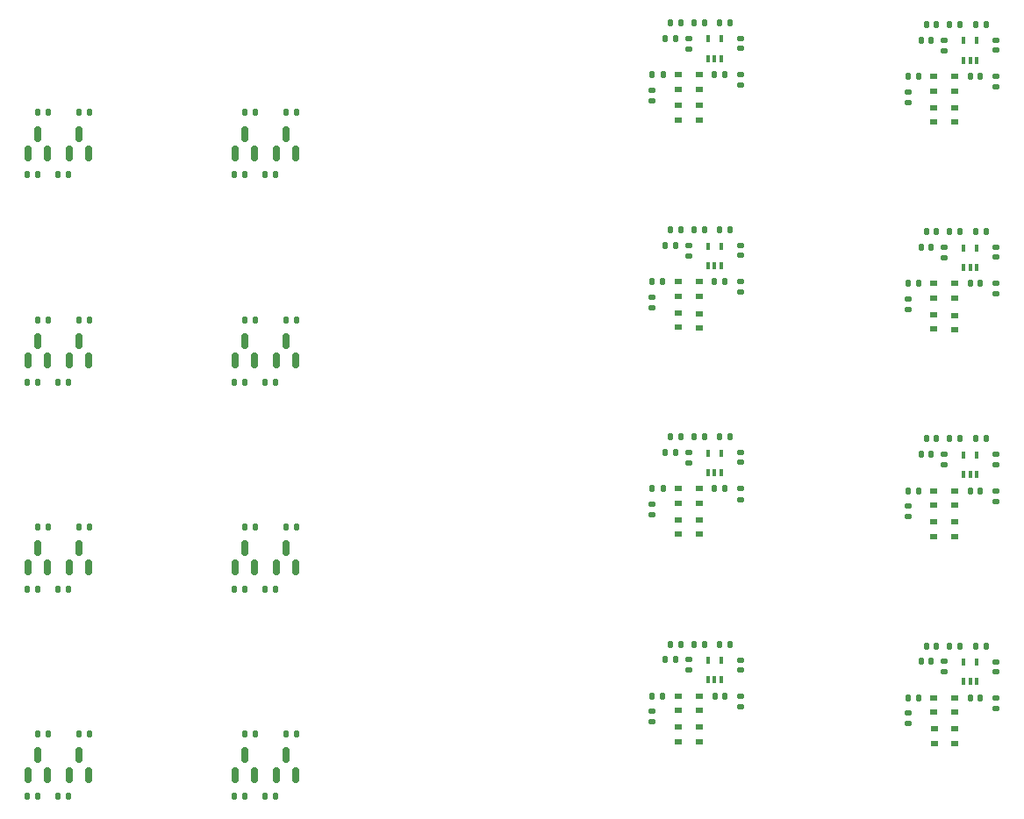
<source format=gbr>
%TF.GenerationSoftware,KiCad,Pcbnew,6.0.0-d3dd2cf0fa~116~ubuntu21.10.1*%
%TF.CreationDate,2022-01-19T11:26:26+00:00*%
%TF.ProjectId,latbox_cycloneV,6c617462-6f78-45f6-9379-636c6f6e6556,rev?*%
%TF.SameCoordinates,Original*%
%TF.FileFunction,Paste,Top*%
%TF.FilePolarity,Positive*%
%FSLAX46Y46*%
G04 Gerber Fmt 4.6, Leading zero omitted, Abs format (unit mm)*
G04 Created by KiCad (PCBNEW 6.0.0-d3dd2cf0fa~116~ubuntu21.10.1) date 2022-01-19 11:26:26*
%MOMM*%
%LPD*%
G01*
G04 APERTURE LIST*
G04 Aperture macros list*
%AMRoundRect*
0 Rectangle with rounded corners*
0 $1 Rounding radius*
0 $2 $3 $4 $5 $6 $7 $8 $9 X,Y pos of 4 corners*
0 Add a 4 corners polygon primitive as box body*
4,1,4,$2,$3,$4,$5,$6,$7,$8,$9,$2,$3,0*
0 Add four circle primitives for the rounded corners*
1,1,$1+$1,$2,$3*
1,1,$1+$1,$4,$5*
1,1,$1+$1,$6,$7*
1,1,$1+$1,$8,$9*
0 Add four rect primitives between the rounded corners*
20,1,$1+$1,$2,$3,$4,$5,0*
20,1,$1+$1,$4,$5,$6,$7,0*
20,1,$1+$1,$6,$7,$8,$9,0*
20,1,$1+$1,$8,$9,$2,$3,0*%
G04 Aperture macros list end*
%ADD10R,0.700000X0.600000*%
%ADD11RoundRect,0.135000X-0.135000X-0.185000X0.135000X-0.185000X0.135000X0.185000X-0.135000X0.185000X0*%
%ADD12R,0.400000X0.650000*%
%ADD13RoundRect,0.135000X0.135000X0.185000X-0.135000X0.185000X-0.135000X-0.185000X0.135000X-0.185000X0*%
%ADD14RoundRect,0.140000X-0.140000X-0.170000X0.140000X-0.170000X0.140000X0.170000X-0.140000X0.170000X0*%
%ADD15RoundRect,0.135000X0.185000X-0.135000X0.185000X0.135000X-0.185000X0.135000X-0.185000X-0.135000X0*%
%ADD16RoundRect,0.150000X0.150000X-0.587500X0.150000X0.587500X-0.150000X0.587500X-0.150000X-0.587500X0*%
%ADD17RoundRect,0.135000X-0.185000X0.135000X-0.185000X-0.135000X0.185000X-0.135000X0.185000X0.135000X0*%
%ADD18RoundRect,0.140000X0.170000X-0.140000X0.170000X0.140000X-0.170000X0.140000X-0.170000X-0.140000X0*%
G04 APERTURE END LIST*
D10*
%TO.C,D301*%
X136335000Y-71225000D03*
X136335000Y-69825000D03*
%TD*%
D11*
%TO.C,R409*%
X74480000Y-79500000D03*
X75500000Y-79500000D03*
%TD*%
D12*
%TO.C,U303*%
X137175000Y-108275000D03*
X137825000Y-108275000D03*
X138475000Y-108275000D03*
X138475000Y-106375000D03*
X137175000Y-106375000D03*
%TD*%
D13*
%TO.C,R417*%
X72520000Y-119500000D03*
X71500000Y-119500000D03*
%TD*%
D14*
%TO.C,C203*%
X157770000Y-106500000D03*
X158730000Y-106500000D03*
%TD*%
D10*
%TO.C,D303*%
X136325000Y-91225000D03*
X136325000Y-89825000D03*
%TD*%
D13*
%TO.C,R432*%
X97510000Y-133500000D03*
X96490000Y-133500000D03*
%TD*%
D10*
%TO.C,D202*%
X161000000Y-74400000D03*
X161000000Y-73000000D03*
%TD*%
D12*
%TO.C,U304*%
X137175000Y-128275000D03*
X137825000Y-128275000D03*
X138475000Y-128275000D03*
X138475000Y-126375000D03*
X137175000Y-126375000D03*
%TD*%
D15*
%TO.C,R314*%
X140325000Y-110845000D03*
X140325000Y-109825000D03*
%TD*%
%TO.C,R213*%
X160000000Y-107510000D03*
X160000000Y-106490000D03*
%TD*%
D13*
%TO.C,R222*%
X164020000Y-105000000D03*
X163000000Y-105000000D03*
%TD*%
D16*
%TO.C,Q401*%
X71550000Y-77437500D03*
X73450000Y-77437500D03*
X72500000Y-75562500D03*
%TD*%
%TO.C,Q402*%
X91550000Y-77437500D03*
X93450000Y-77437500D03*
X92500000Y-75562500D03*
%TD*%
D14*
%TO.C,C206*%
X158270000Y-85000000D03*
X159230000Y-85000000D03*
%TD*%
D11*
%TO.C,R413*%
X74480000Y-99500000D03*
X75500000Y-99500000D03*
%TD*%
D14*
%TO.C,C212*%
X162530000Y-130000000D03*
X163490000Y-130000000D03*
%TD*%
D16*
%TO.C,Q411*%
X71550000Y-137437500D03*
X73450000Y-137437500D03*
X72500000Y-135562500D03*
%TD*%
D15*
%TO.C,R211*%
X160000000Y-87510000D03*
X160000000Y-86490000D03*
%TD*%
D11*
%TO.C,R308*%
X131815000Y-129825000D03*
X132835000Y-129825000D03*
%TD*%
D13*
%TO.C,R406*%
X73510000Y-93500000D03*
X72490000Y-93500000D03*
%TD*%
%TO.C,R410*%
X77510000Y-73500000D03*
X76490000Y-73500000D03*
%TD*%
D14*
%TO.C,C309*%
X137825000Y-69825000D03*
X138785000Y-69825000D03*
%TD*%
D13*
%TO.C,R408*%
X93510000Y-93500000D03*
X92490000Y-93500000D03*
%TD*%
%TO.C,R320*%
X139345000Y-84825000D03*
X138325000Y-84825000D03*
%TD*%
D11*
%TO.C,R411*%
X94480000Y-79500000D03*
X95500000Y-79500000D03*
%TD*%
%TO.C,R307*%
X131825000Y-109825000D03*
X132845000Y-109825000D03*
%TD*%
D10*
%TO.C,D213*%
X159000000Y-110000000D03*
X159000000Y-111400000D03*
%TD*%
D11*
%TO.C,R206*%
X156490000Y-90000000D03*
X157510000Y-90000000D03*
%TD*%
D15*
%TO.C,R310*%
X140325000Y-70845000D03*
X140325000Y-69825000D03*
%TD*%
D10*
%TO.C,D304*%
X136325000Y-94325000D03*
X136325000Y-92925000D03*
%TD*%
D16*
%TO.C,Q412*%
X91550000Y-137437500D03*
X93450000Y-137437500D03*
X92500000Y-135562500D03*
%TD*%
D10*
%TO.C,D313*%
X134325000Y-109825000D03*
X134325000Y-111225000D03*
%TD*%
D13*
%TO.C,R405*%
X72520000Y-99500000D03*
X71500000Y-99500000D03*
%TD*%
%TO.C,R322*%
X139345000Y-104825000D03*
X138325000Y-104825000D03*
%TD*%
D11*
%TO.C,R425*%
X74480000Y-119500000D03*
X75500000Y-119500000D03*
%TD*%
%TO.C,R207*%
X156500000Y-110000000D03*
X157520000Y-110000000D03*
%TD*%
D17*
%TO.C,R301*%
X131825000Y-71325000D03*
X131825000Y-72345000D03*
%TD*%
D10*
%TO.C,D212*%
X159000000Y-93000000D03*
X159000000Y-94400000D03*
%TD*%
%TO.C,D315*%
X134325000Y-129825000D03*
X134325000Y-131225000D03*
%TD*%
D13*
%TO.C,R317*%
X136835000Y-64825000D03*
X135815000Y-64825000D03*
%TD*%
D17*
%TO.C,R204*%
X156500000Y-131490000D03*
X156500000Y-132510000D03*
%TD*%
D18*
%TO.C,C214*%
X165000000Y-87460000D03*
X165000000Y-86500000D03*
%TD*%
D13*
%TO.C,R321*%
X136835000Y-104825000D03*
X135815000Y-104825000D03*
%TD*%
D14*
%TO.C,C302*%
X133095000Y-86325000D03*
X134055000Y-86325000D03*
%TD*%
D10*
%TO.C,D204*%
X161000000Y-94500000D03*
X161000000Y-93100000D03*
%TD*%
D14*
%TO.C,C306*%
X133595000Y-84825000D03*
X134555000Y-84825000D03*
%TD*%
D10*
%TO.C,D308*%
X136335000Y-134225000D03*
X136335000Y-132825000D03*
%TD*%
D15*
%TO.C,R316*%
X140325000Y-130845000D03*
X140325000Y-129825000D03*
%TD*%
D13*
%TO.C,R430*%
X77510000Y-133500000D03*
X76490000Y-133500000D03*
%TD*%
%TO.C,R403*%
X92520000Y-79500000D03*
X91500000Y-79500000D03*
%TD*%
%TO.C,R414*%
X77510000Y-93500000D03*
X76490000Y-93500000D03*
%TD*%
D10*
%TO.C,D311*%
X134325000Y-89825000D03*
X134325000Y-91225000D03*
%TD*%
D13*
%TO.C,R319*%
X136835000Y-84825000D03*
X135815000Y-84825000D03*
%TD*%
D17*
%TO.C,R202*%
X156500000Y-91500000D03*
X156500000Y-92520000D03*
%TD*%
D18*
%TO.C,C313*%
X140325000Y-67285000D03*
X140325000Y-66325000D03*
%TD*%
D14*
%TO.C,C210*%
X162500000Y-90000000D03*
X163460000Y-90000000D03*
%TD*%
D13*
%TO.C,R401*%
X72520000Y-79500000D03*
X71500000Y-79500000D03*
%TD*%
%TO.C,R424*%
X93510000Y-133500000D03*
X92490000Y-133500000D03*
%TD*%
D14*
%TO.C,C208*%
X158270000Y-125000000D03*
X159230000Y-125000000D03*
%TD*%
D13*
%TO.C,R218*%
X164020000Y-65000000D03*
X163000000Y-65000000D03*
%TD*%
D14*
%TO.C,C207*%
X158270000Y-105000000D03*
X159230000Y-105000000D03*
%TD*%
D11*
%TO.C,R415*%
X94480000Y-99500000D03*
X95500000Y-99500000D03*
%TD*%
D13*
%TO.C,R420*%
X93510000Y-113500000D03*
X92490000Y-113500000D03*
%TD*%
D17*
%TO.C,R201*%
X156500000Y-71500000D03*
X156500000Y-72520000D03*
%TD*%
D15*
%TO.C,R309*%
X135325000Y-67335000D03*
X135325000Y-66315000D03*
%TD*%
D13*
%TO.C,R412*%
X97510000Y-73500000D03*
X96490000Y-73500000D03*
%TD*%
D17*
%TO.C,R303*%
X131825000Y-111325000D03*
X131825000Y-112345000D03*
%TD*%
D13*
%TO.C,R419*%
X92520000Y-119500000D03*
X91500000Y-119500000D03*
%TD*%
%TO.C,R402*%
X73510000Y-73500000D03*
X72490000Y-73500000D03*
%TD*%
D15*
%TO.C,R315*%
X135325000Y-127335000D03*
X135325000Y-126315000D03*
%TD*%
D13*
%TO.C,R324*%
X139345000Y-124825000D03*
X138325000Y-124825000D03*
%TD*%
D14*
%TO.C,C307*%
X133595000Y-104825000D03*
X134555000Y-104825000D03*
%TD*%
D10*
%TO.C,D201*%
X161010000Y-71400000D03*
X161010000Y-70000000D03*
%TD*%
D13*
%TO.C,R219*%
X161510000Y-85000000D03*
X160490000Y-85000000D03*
%TD*%
%TO.C,R418*%
X73510000Y-113500000D03*
X72490000Y-113500000D03*
%TD*%
D11*
%TO.C,R306*%
X131815000Y-89825000D03*
X132835000Y-89825000D03*
%TD*%
D10*
%TO.C,D309*%
X134325000Y-69825000D03*
X134325000Y-71225000D03*
%TD*%
D11*
%TO.C,R205*%
X156500000Y-70000000D03*
X157520000Y-70000000D03*
%TD*%
D14*
%TO.C,C209*%
X162500000Y-70000000D03*
X163460000Y-70000000D03*
%TD*%
D10*
%TO.C,D211*%
X159000000Y-90000000D03*
X159000000Y-91400000D03*
%TD*%
D14*
%TO.C,C311*%
X137825000Y-109825000D03*
X138785000Y-109825000D03*
%TD*%
D16*
%TO.C,Q406*%
X95550000Y-77437500D03*
X97450000Y-77437500D03*
X96500000Y-75562500D03*
%TD*%
D15*
%TO.C,R312*%
X140325000Y-90845000D03*
X140325000Y-89825000D03*
%TD*%
D14*
%TO.C,C303*%
X133095000Y-106325000D03*
X134055000Y-106325000D03*
%TD*%
D13*
%TO.C,R407*%
X92520000Y-99500000D03*
X91500000Y-99500000D03*
%TD*%
D11*
%TO.C,R427*%
X94480000Y-119500000D03*
X95500000Y-119500000D03*
%TD*%
D13*
%TO.C,R426*%
X77510000Y-113500000D03*
X76490000Y-113500000D03*
%TD*%
D10*
%TO.C,D216*%
X159010000Y-133000000D03*
X159010000Y-134400000D03*
%TD*%
%TO.C,D310*%
X134325000Y-72825000D03*
X134325000Y-74225000D03*
%TD*%
%TO.C,D206*%
X161010000Y-114400000D03*
X161010000Y-113000000D03*
%TD*%
D12*
%TO.C,U204*%
X161850000Y-128450000D03*
X162500000Y-128450000D03*
X163150000Y-128450000D03*
X163150000Y-126550000D03*
X161850000Y-126550000D03*
%TD*%
D11*
%TO.C,R431*%
X94480000Y-139500000D03*
X95500000Y-139500000D03*
%TD*%
D15*
%TO.C,R313*%
X135325000Y-107335000D03*
X135325000Y-106315000D03*
%TD*%
D18*
%TO.C,C314*%
X140325000Y-87285000D03*
X140325000Y-86325000D03*
%TD*%
D10*
%TO.C,D307*%
X136335000Y-131225000D03*
X136335000Y-129825000D03*
%TD*%
%TO.C,D316*%
X134335000Y-132825000D03*
X134335000Y-134225000D03*
%TD*%
D17*
%TO.C,R304*%
X131825000Y-131315000D03*
X131825000Y-132335000D03*
%TD*%
D15*
%TO.C,R209*%
X160000000Y-67510000D03*
X160000000Y-66490000D03*
%TD*%
D14*
%TO.C,C301*%
X133095000Y-66325000D03*
X134055000Y-66325000D03*
%TD*%
D10*
%TO.C,D314*%
X134325000Y-112825000D03*
X134325000Y-114225000D03*
%TD*%
D13*
%TO.C,R421*%
X72520000Y-139500000D03*
X71500000Y-139500000D03*
%TD*%
D18*
%TO.C,C216*%
X165000000Y-127480000D03*
X165000000Y-126520000D03*
%TD*%
D13*
%TO.C,R221*%
X161510000Y-105000000D03*
X160490000Y-105000000D03*
%TD*%
D16*
%TO.C,Q404*%
X91550000Y-97437500D03*
X93450000Y-97437500D03*
X92500000Y-95562500D03*
%TD*%
D18*
%TO.C,C215*%
X165000000Y-107460000D03*
X165000000Y-106500000D03*
%TD*%
D13*
%TO.C,R323*%
X136835000Y-124825000D03*
X135815000Y-124825000D03*
%TD*%
D16*
%TO.C,Q407*%
X75550000Y-97437500D03*
X77450000Y-97437500D03*
X76500000Y-95562500D03*
%TD*%
%TO.C,Q416*%
X95550000Y-137437500D03*
X97450000Y-137437500D03*
X96500000Y-135562500D03*
%TD*%
D13*
%TO.C,R416*%
X97510000Y-93500000D03*
X96490000Y-93500000D03*
%TD*%
D10*
%TO.C,D210*%
X159000000Y-73000000D03*
X159000000Y-74400000D03*
%TD*%
D14*
%TO.C,C201*%
X157770000Y-66500000D03*
X158730000Y-66500000D03*
%TD*%
D15*
%TO.C,R216*%
X165000000Y-131020000D03*
X165000000Y-130000000D03*
%TD*%
D13*
%TO.C,R223*%
X161510000Y-125000000D03*
X160490000Y-125000000D03*
%TD*%
D18*
%TO.C,C315*%
X140325000Y-107285000D03*
X140325000Y-106325000D03*
%TD*%
D17*
%TO.C,R302*%
X131825000Y-91325000D03*
X131825000Y-92345000D03*
%TD*%
D10*
%TO.C,D215*%
X159000000Y-130000000D03*
X159000000Y-131400000D03*
%TD*%
D18*
%TO.C,C316*%
X140325000Y-127305000D03*
X140325000Y-126345000D03*
%TD*%
D13*
%TO.C,R422*%
X73510000Y-133500000D03*
X72490000Y-133500000D03*
%TD*%
%TO.C,R220*%
X164020000Y-85000000D03*
X163000000Y-85000000D03*
%TD*%
D14*
%TO.C,C202*%
X157770000Y-86500000D03*
X158730000Y-86500000D03*
%TD*%
D13*
%TO.C,R428*%
X97510000Y-113500000D03*
X96490000Y-113500000D03*
%TD*%
D16*
%TO.C,Q409*%
X71550000Y-117437500D03*
X73450000Y-117437500D03*
X72500000Y-115562500D03*
%TD*%
D12*
%TO.C,U201*%
X161850000Y-68450000D03*
X162500000Y-68450000D03*
X163150000Y-68450000D03*
X163150000Y-66550000D03*
X161850000Y-66550000D03*
%TD*%
D14*
%TO.C,C312*%
X137855000Y-129825000D03*
X138815000Y-129825000D03*
%TD*%
D16*
%TO.C,Q403*%
X71550000Y-97437500D03*
X73450000Y-97437500D03*
X72500000Y-95562500D03*
%TD*%
D11*
%TO.C,R208*%
X156490000Y-130000000D03*
X157510000Y-130000000D03*
%TD*%
D10*
%TO.C,D312*%
X134325000Y-92825000D03*
X134325000Y-94225000D03*
%TD*%
D16*
%TO.C,Q413*%
X75550000Y-117437500D03*
X77450000Y-117437500D03*
X76500000Y-115562500D03*
%TD*%
D10*
%TO.C,D203*%
X161000000Y-91400000D03*
X161000000Y-90000000D03*
%TD*%
D14*
%TO.C,C211*%
X162500000Y-110000000D03*
X163460000Y-110000000D03*
%TD*%
D16*
%TO.C,Q415*%
X75550000Y-137437500D03*
X77450000Y-137437500D03*
X76500000Y-135562500D03*
%TD*%
D13*
%TO.C,R404*%
X93510000Y-73500000D03*
X92490000Y-73500000D03*
%TD*%
D12*
%TO.C,U202*%
X161850000Y-88450000D03*
X162500000Y-88450000D03*
X163150000Y-88450000D03*
X163150000Y-86550000D03*
X161850000Y-86550000D03*
%TD*%
D16*
%TO.C,Q408*%
X95550000Y-97437500D03*
X97450000Y-97437500D03*
X96500000Y-95562500D03*
%TD*%
D13*
%TO.C,R217*%
X161510000Y-65000000D03*
X160490000Y-65000000D03*
%TD*%
D15*
%TO.C,R311*%
X135325000Y-87335000D03*
X135325000Y-86315000D03*
%TD*%
D14*
%TO.C,C308*%
X133595000Y-124825000D03*
X134555000Y-124825000D03*
%TD*%
D12*
%TO.C,U302*%
X137175000Y-88275000D03*
X137825000Y-88275000D03*
X138475000Y-88275000D03*
X138475000Y-86375000D03*
X137175000Y-86375000D03*
%TD*%
D16*
%TO.C,Q405*%
X75550000Y-77437500D03*
X77450000Y-77437500D03*
X76500000Y-75562500D03*
%TD*%
D13*
%TO.C,R423*%
X92520000Y-139500000D03*
X91500000Y-139500000D03*
%TD*%
D10*
%TO.C,D306*%
X136335000Y-114225000D03*
X136335000Y-112825000D03*
%TD*%
D14*
%TO.C,C310*%
X137825000Y-89825000D03*
X138785000Y-89825000D03*
%TD*%
D11*
%TO.C,R305*%
X131825000Y-69825000D03*
X132845000Y-69825000D03*
%TD*%
D13*
%TO.C,R318*%
X139345000Y-64825000D03*
X138325000Y-64825000D03*
%TD*%
D14*
%TO.C,C304*%
X133095000Y-126325000D03*
X134055000Y-126325000D03*
%TD*%
D10*
%TO.C,D302*%
X136325000Y-74225000D03*
X136325000Y-72825000D03*
%TD*%
D15*
%TO.C,R212*%
X165000000Y-91020000D03*
X165000000Y-90000000D03*
%TD*%
D14*
%TO.C,C305*%
X133595000Y-64825000D03*
X134555000Y-64825000D03*
%TD*%
D12*
%TO.C,U203*%
X161850000Y-108450000D03*
X162500000Y-108450000D03*
X163150000Y-108450000D03*
X163150000Y-106550000D03*
X161850000Y-106550000D03*
%TD*%
D10*
%TO.C,D214*%
X159000000Y-113000000D03*
X159000000Y-114400000D03*
%TD*%
%TO.C,D209*%
X159000000Y-70000000D03*
X159000000Y-71400000D03*
%TD*%
D15*
%TO.C,R210*%
X165000000Y-71020000D03*
X165000000Y-70000000D03*
%TD*%
D12*
%TO.C,U301*%
X137175000Y-68275000D03*
X137825000Y-68275000D03*
X138475000Y-68275000D03*
X138475000Y-66375000D03*
X137175000Y-66375000D03*
%TD*%
D14*
%TO.C,C204*%
X157770000Y-126500000D03*
X158730000Y-126500000D03*
%TD*%
%TO.C,C205*%
X158270000Y-65000000D03*
X159230000Y-65000000D03*
%TD*%
D16*
%TO.C,Q414*%
X95550000Y-117437500D03*
X97450000Y-117437500D03*
X96500000Y-115562500D03*
%TD*%
D18*
%TO.C,C213*%
X165000000Y-67460000D03*
X165000000Y-66500000D03*
%TD*%
D10*
%TO.C,D305*%
X136335000Y-111225000D03*
X136335000Y-109825000D03*
%TD*%
D17*
%TO.C,R203*%
X156500000Y-111500000D03*
X156500000Y-112520000D03*
%TD*%
D10*
%TO.C,D207*%
X161010000Y-131400000D03*
X161010000Y-130000000D03*
%TD*%
D13*
%TO.C,R224*%
X164020000Y-125000000D03*
X163000000Y-125000000D03*
%TD*%
D15*
%TO.C,R215*%
X160000000Y-127510000D03*
X160000000Y-126490000D03*
%TD*%
D10*
%TO.C,D205*%
X161010000Y-111400000D03*
X161010000Y-110000000D03*
%TD*%
%TO.C,D208*%
X161010000Y-134400000D03*
X161010000Y-133000000D03*
%TD*%
D11*
%TO.C,R429*%
X74480000Y-139500000D03*
X75500000Y-139500000D03*
%TD*%
D16*
%TO.C,Q410*%
X91550000Y-117437500D03*
X93450000Y-117437500D03*
X92500000Y-115562500D03*
%TD*%
D15*
%TO.C,R214*%
X165000000Y-111020000D03*
X165000000Y-110000000D03*
%TD*%
M02*

</source>
